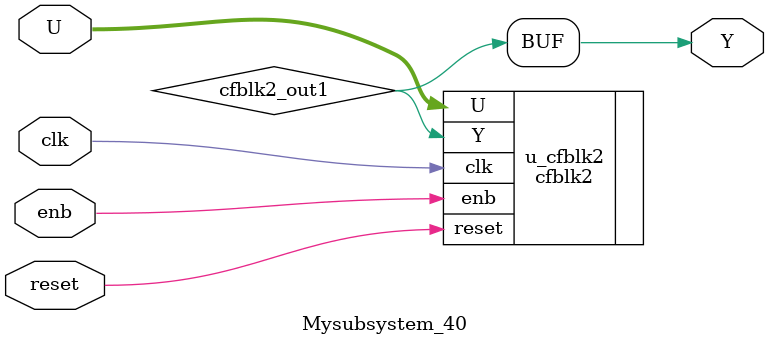
<source format=v>



`timescale 1 ns / 1 ns

module Mysubsystem_40
          (clk,
           reset,
           enb,
           U,
           Y);


  input   clk;
  input   reset;
  input   enb;
  input   [7:0] U;  // uint8
  output  Y;


  wire cfblk2_out1;


  cfblk2 u_cfblk2 (.clk(clk),
                   .reset(reset),
                   .enb(enb),
                   .U(U),  // uint8
                   .Y(cfblk2_out1)
                   );

  assign Y = cfblk2_out1;

endmodule  // Mysubsystem_40


</source>
